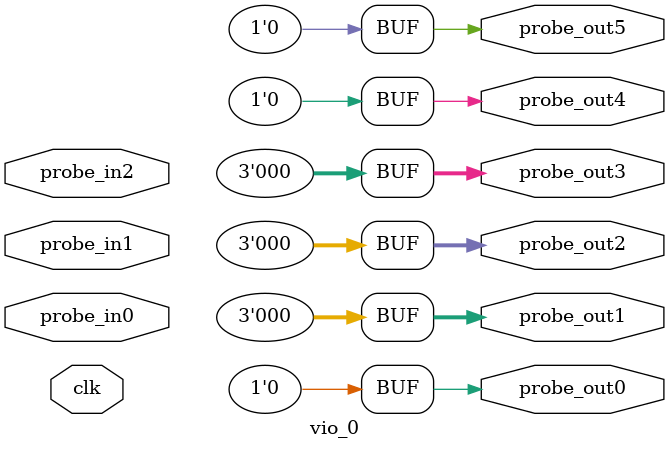
<source format=v>
`timescale 1ns / 1ps
module vio_0 (
clk,
probe_in0,probe_in1,probe_in2,
probe_out0,
probe_out1,
probe_out2,
probe_out3,
probe_out4,
probe_out5
);

input clk;
input [31 : 0] probe_in0;
input [31 : 0] probe_in1;
input [31 : 0] probe_in2;

output reg [0 : 0] probe_out0 = 'h0 ;
output reg [2 : 0] probe_out1 = 'h0 ;
output reg [2 : 0] probe_out2 = 'h0 ;
output reg [2 : 0] probe_out3 = 'h0 ;
output reg [0 : 0] probe_out4 = 'h0 ;
output reg [0 : 0] probe_out5 = 'h0 ;


endmodule

</source>
